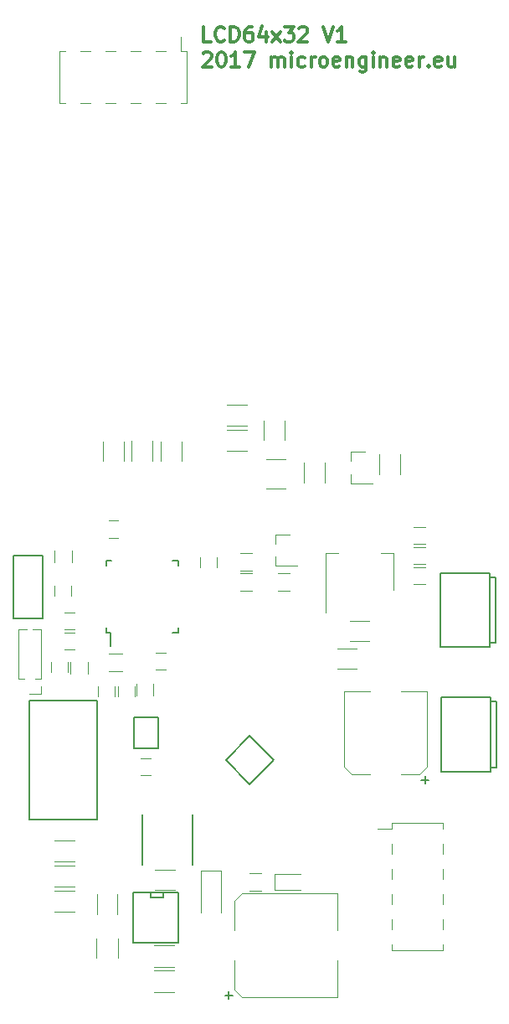
<source format=gto>
G04 #@! TF.FileFunction,Legend,Top*
%FSLAX46Y46*%
G04 Gerber Fmt 4.6, Leading zero omitted, Abs format (unit mm)*
G04 Created by KiCad (PCBNEW 4.0.7-e2-6376~58~ubuntu17.04.1) date Sat May  5 16:48:04 2018*
%MOMM*%
%LPD*%
G01*
G04 APERTURE LIST*
%ADD10C,0.100000*%
%ADD11C,0.300000*%
%ADD12C,0.150000*%
%ADD13C,0.120000*%
%ADD14C,0.200000*%
G04 APERTURE END LIST*
D10*
D11*
X121071429Y-50403571D02*
X120357143Y-50403571D01*
X120357143Y-48903571D01*
X122428572Y-50260714D02*
X122357143Y-50332143D01*
X122142857Y-50403571D01*
X122000000Y-50403571D01*
X121785715Y-50332143D01*
X121642857Y-50189286D01*
X121571429Y-50046429D01*
X121500000Y-49760714D01*
X121500000Y-49546429D01*
X121571429Y-49260714D01*
X121642857Y-49117857D01*
X121785715Y-48975000D01*
X122000000Y-48903571D01*
X122142857Y-48903571D01*
X122357143Y-48975000D01*
X122428572Y-49046429D01*
X123071429Y-50403571D02*
X123071429Y-48903571D01*
X123428572Y-48903571D01*
X123642857Y-48975000D01*
X123785715Y-49117857D01*
X123857143Y-49260714D01*
X123928572Y-49546429D01*
X123928572Y-49760714D01*
X123857143Y-50046429D01*
X123785715Y-50189286D01*
X123642857Y-50332143D01*
X123428572Y-50403571D01*
X123071429Y-50403571D01*
X125214286Y-48903571D02*
X124928572Y-48903571D01*
X124785715Y-48975000D01*
X124714286Y-49046429D01*
X124571429Y-49260714D01*
X124500000Y-49546429D01*
X124500000Y-50117857D01*
X124571429Y-50260714D01*
X124642857Y-50332143D01*
X124785715Y-50403571D01*
X125071429Y-50403571D01*
X125214286Y-50332143D01*
X125285715Y-50260714D01*
X125357143Y-50117857D01*
X125357143Y-49760714D01*
X125285715Y-49617857D01*
X125214286Y-49546429D01*
X125071429Y-49475000D01*
X124785715Y-49475000D01*
X124642857Y-49546429D01*
X124571429Y-49617857D01*
X124500000Y-49760714D01*
X126642857Y-49403571D02*
X126642857Y-50403571D01*
X126285714Y-48832143D02*
X125928571Y-49903571D01*
X126857143Y-49903571D01*
X127285714Y-50403571D02*
X128071428Y-49403571D01*
X127285714Y-49403571D02*
X128071428Y-50403571D01*
X128500000Y-48903571D02*
X129428571Y-48903571D01*
X128928571Y-49475000D01*
X129142857Y-49475000D01*
X129285714Y-49546429D01*
X129357143Y-49617857D01*
X129428571Y-49760714D01*
X129428571Y-50117857D01*
X129357143Y-50260714D01*
X129285714Y-50332143D01*
X129142857Y-50403571D01*
X128714285Y-50403571D01*
X128571428Y-50332143D01*
X128500000Y-50260714D01*
X129999999Y-49046429D02*
X130071428Y-48975000D01*
X130214285Y-48903571D01*
X130571428Y-48903571D01*
X130714285Y-48975000D01*
X130785714Y-49046429D01*
X130857142Y-49189286D01*
X130857142Y-49332143D01*
X130785714Y-49546429D01*
X129928571Y-50403571D01*
X130857142Y-50403571D01*
X132428570Y-48903571D02*
X132928570Y-50403571D01*
X133428570Y-48903571D01*
X134714284Y-50403571D02*
X133857141Y-50403571D01*
X134285713Y-50403571D02*
X134285713Y-48903571D01*
X134142856Y-49117857D01*
X133999998Y-49260714D01*
X133857141Y-49332143D01*
X120285714Y-51596429D02*
X120357143Y-51525000D01*
X120500000Y-51453571D01*
X120857143Y-51453571D01*
X121000000Y-51525000D01*
X121071429Y-51596429D01*
X121142857Y-51739286D01*
X121142857Y-51882143D01*
X121071429Y-52096429D01*
X120214286Y-52953571D01*
X121142857Y-52953571D01*
X122071428Y-51453571D02*
X122214285Y-51453571D01*
X122357142Y-51525000D01*
X122428571Y-51596429D01*
X122500000Y-51739286D01*
X122571428Y-52025000D01*
X122571428Y-52382143D01*
X122500000Y-52667857D01*
X122428571Y-52810714D01*
X122357142Y-52882143D01*
X122214285Y-52953571D01*
X122071428Y-52953571D01*
X121928571Y-52882143D01*
X121857142Y-52810714D01*
X121785714Y-52667857D01*
X121714285Y-52382143D01*
X121714285Y-52025000D01*
X121785714Y-51739286D01*
X121857142Y-51596429D01*
X121928571Y-51525000D01*
X122071428Y-51453571D01*
X123999999Y-52953571D02*
X123142856Y-52953571D01*
X123571428Y-52953571D02*
X123571428Y-51453571D01*
X123428571Y-51667857D01*
X123285713Y-51810714D01*
X123142856Y-51882143D01*
X124499999Y-51453571D02*
X125499999Y-51453571D01*
X124857142Y-52953571D01*
X127214284Y-52953571D02*
X127214284Y-51953571D01*
X127214284Y-52096429D02*
X127285712Y-52025000D01*
X127428570Y-51953571D01*
X127642855Y-51953571D01*
X127785712Y-52025000D01*
X127857141Y-52167857D01*
X127857141Y-52953571D01*
X127857141Y-52167857D02*
X127928570Y-52025000D01*
X128071427Y-51953571D01*
X128285712Y-51953571D01*
X128428570Y-52025000D01*
X128499998Y-52167857D01*
X128499998Y-52953571D01*
X129214284Y-52953571D02*
X129214284Y-51953571D01*
X129214284Y-51453571D02*
X129142855Y-51525000D01*
X129214284Y-51596429D01*
X129285712Y-51525000D01*
X129214284Y-51453571D01*
X129214284Y-51596429D01*
X130571427Y-52882143D02*
X130428570Y-52953571D01*
X130142856Y-52953571D01*
X129999998Y-52882143D01*
X129928570Y-52810714D01*
X129857141Y-52667857D01*
X129857141Y-52239286D01*
X129928570Y-52096429D01*
X129999998Y-52025000D01*
X130142856Y-51953571D01*
X130428570Y-51953571D01*
X130571427Y-52025000D01*
X131214284Y-52953571D02*
X131214284Y-51953571D01*
X131214284Y-52239286D02*
X131285712Y-52096429D01*
X131357141Y-52025000D01*
X131499998Y-51953571D01*
X131642855Y-51953571D01*
X132357141Y-52953571D02*
X132214283Y-52882143D01*
X132142855Y-52810714D01*
X132071426Y-52667857D01*
X132071426Y-52239286D01*
X132142855Y-52096429D01*
X132214283Y-52025000D01*
X132357141Y-51953571D01*
X132571426Y-51953571D01*
X132714283Y-52025000D01*
X132785712Y-52096429D01*
X132857141Y-52239286D01*
X132857141Y-52667857D01*
X132785712Y-52810714D01*
X132714283Y-52882143D01*
X132571426Y-52953571D01*
X132357141Y-52953571D01*
X134071426Y-52882143D02*
X133928569Y-52953571D01*
X133642855Y-52953571D01*
X133499998Y-52882143D01*
X133428569Y-52739286D01*
X133428569Y-52167857D01*
X133499998Y-52025000D01*
X133642855Y-51953571D01*
X133928569Y-51953571D01*
X134071426Y-52025000D01*
X134142855Y-52167857D01*
X134142855Y-52310714D01*
X133428569Y-52453571D01*
X134785712Y-51953571D02*
X134785712Y-52953571D01*
X134785712Y-52096429D02*
X134857140Y-52025000D01*
X134999998Y-51953571D01*
X135214283Y-51953571D01*
X135357140Y-52025000D01*
X135428569Y-52167857D01*
X135428569Y-52953571D01*
X136785712Y-51953571D02*
X136785712Y-53167857D01*
X136714283Y-53310714D01*
X136642855Y-53382143D01*
X136499998Y-53453571D01*
X136285712Y-53453571D01*
X136142855Y-53382143D01*
X136785712Y-52882143D02*
X136642855Y-52953571D01*
X136357141Y-52953571D01*
X136214283Y-52882143D01*
X136142855Y-52810714D01*
X136071426Y-52667857D01*
X136071426Y-52239286D01*
X136142855Y-52096429D01*
X136214283Y-52025000D01*
X136357141Y-51953571D01*
X136642855Y-51953571D01*
X136785712Y-52025000D01*
X137499998Y-52953571D02*
X137499998Y-51953571D01*
X137499998Y-51453571D02*
X137428569Y-51525000D01*
X137499998Y-51596429D01*
X137571426Y-51525000D01*
X137499998Y-51453571D01*
X137499998Y-51596429D01*
X138214284Y-51953571D02*
X138214284Y-52953571D01*
X138214284Y-52096429D02*
X138285712Y-52025000D01*
X138428570Y-51953571D01*
X138642855Y-51953571D01*
X138785712Y-52025000D01*
X138857141Y-52167857D01*
X138857141Y-52953571D01*
X140142855Y-52882143D02*
X139999998Y-52953571D01*
X139714284Y-52953571D01*
X139571427Y-52882143D01*
X139499998Y-52739286D01*
X139499998Y-52167857D01*
X139571427Y-52025000D01*
X139714284Y-51953571D01*
X139999998Y-51953571D01*
X140142855Y-52025000D01*
X140214284Y-52167857D01*
X140214284Y-52310714D01*
X139499998Y-52453571D01*
X141428569Y-52882143D02*
X141285712Y-52953571D01*
X140999998Y-52953571D01*
X140857141Y-52882143D01*
X140785712Y-52739286D01*
X140785712Y-52167857D01*
X140857141Y-52025000D01*
X140999998Y-51953571D01*
X141285712Y-51953571D01*
X141428569Y-52025000D01*
X141499998Y-52167857D01*
X141499998Y-52310714D01*
X140785712Y-52453571D01*
X142142855Y-52953571D02*
X142142855Y-51953571D01*
X142142855Y-52239286D02*
X142214283Y-52096429D01*
X142285712Y-52025000D01*
X142428569Y-51953571D01*
X142571426Y-51953571D01*
X143071426Y-52810714D02*
X143142854Y-52882143D01*
X143071426Y-52953571D01*
X142999997Y-52882143D01*
X143071426Y-52810714D01*
X143071426Y-52953571D01*
X144357140Y-52882143D02*
X144214283Y-52953571D01*
X143928569Y-52953571D01*
X143785712Y-52882143D01*
X143714283Y-52739286D01*
X143714283Y-52167857D01*
X143785712Y-52025000D01*
X143928569Y-51953571D01*
X144214283Y-51953571D01*
X144357140Y-52025000D01*
X144428569Y-52167857D01*
X144428569Y-52310714D01*
X143714283Y-52453571D01*
X145714283Y-51953571D02*
X145714283Y-52953571D01*
X145071426Y-51953571D02*
X145071426Y-52739286D01*
X145142854Y-52882143D01*
X145285712Y-52953571D01*
X145499997Y-52953571D01*
X145642854Y-52882143D01*
X145714283Y-52810714D01*
D12*
X109550000Y-129000000D02*
X109550000Y-117000000D01*
X102750000Y-129000000D02*
X102750000Y-117000000D01*
X109550000Y-129000000D02*
X102750000Y-129000000D01*
X109550000Y-117000000D02*
X102750000Y-117000000D01*
X125012132Y-125451649D02*
X127451650Y-123012131D01*
X127451650Y-123012131D02*
X125012132Y-120572613D01*
X125012132Y-125451649D02*
X122572614Y-123012131D01*
X122572614Y-123012131D02*
X125012132Y-120572613D01*
D13*
X124690000Y-89228000D02*
X122690000Y-89228000D01*
X122690000Y-87088000D02*
X124690000Y-87088000D01*
X124690000Y-91768000D02*
X122690000Y-91768000D01*
X122690000Y-89628000D02*
X124690000Y-89628000D01*
X130441000Y-94947000D02*
X130441000Y-92947000D01*
X132581000Y-92947000D02*
X132581000Y-94947000D01*
X128517000Y-88682000D02*
X128517000Y-90682000D01*
X126377000Y-90682000D02*
X126377000Y-88682000D01*
X118617000Y-51410000D02*
X118617000Y-56610000D01*
X105797000Y-51410000D02*
X105797000Y-56610000D01*
X118047000Y-49970000D02*
X118047000Y-51410000D01*
X118617000Y-51410000D02*
X118047000Y-51410000D01*
X118617000Y-56610000D02*
X118047000Y-56610000D01*
X106367000Y-51410000D02*
X105797000Y-51410000D01*
X106367000Y-56610000D02*
X105797000Y-56610000D01*
X116527000Y-51410000D02*
X115507000Y-51410000D01*
X116527000Y-56610000D02*
X115507000Y-56610000D01*
X113987000Y-51410000D02*
X112967000Y-51410000D01*
X113987000Y-56610000D02*
X112967000Y-56610000D01*
X111447000Y-51410000D02*
X110427000Y-51410000D01*
X111447000Y-56610000D02*
X110427000Y-56610000D01*
X108907000Y-51410000D02*
X107887000Y-51410000D01*
X108907000Y-56610000D02*
X107887000Y-56610000D01*
X135240000Y-91870000D02*
X135240000Y-92800000D01*
X135240000Y-95030000D02*
X135240000Y-94100000D01*
X135240000Y-95030000D02*
X137400000Y-95030000D01*
X135240000Y-91870000D02*
X136700000Y-91870000D01*
X115963000Y-92788000D02*
X115963000Y-90788000D01*
X118103000Y-90788000D02*
X118103000Y-92788000D01*
X113042000Y-92767000D02*
X113042000Y-90767000D01*
X115182000Y-90767000D02*
X115182000Y-92767000D01*
X110121000Y-92788000D02*
X110121000Y-90788000D01*
X112261000Y-90788000D02*
X112261000Y-92788000D01*
X128648000Y-95607000D02*
X126648000Y-95607000D01*
X126648000Y-92647000D02*
X128648000Y-92647000D01*
X140254000Y-92136000D02*
X140254000Y-94136000D01*
X138114000Y-94136000D02*
X138114000Y-92136000D01*
X111597000Y-138542000D02*
X111597000Y-136542000D01*
X109557000Y-136542000D02*
X109557000Y-138542000D01*
X115430000Y-136094000D02*
X117430000Y-136094000D01*
X117430000Y-134054000D02*
X115430000Y-134054000D01*
X122105000Y-138447000D02*
X122105000Y-134147000D01*
X122105000Y-134147000D02*
X120105000Y-134147000D01*
X120105000Y-134147000D02*
X120105000Y-138447000D01*
D12*
X114110000Y-133582000D02*
X114110000Y-128482000D01*
X119210000Y-133582000D02*
X119210000Y-128482000D01*
D13*
X109507000Y-143016000D02*
X109507000Y-141016000D01*
X111647000Y-141016000D02*
X111647000Y-143016000D01*
X115332000Y-141751000D02*
X117332000Y-141751000D01*
X117332000Y-143891000D02*
X115332000Y-143891000D01*
X115332000Y-144291000D02*
X117332000Y-144291000D01*
X117332000Y-146431000D02*
X115332000Y-146431000D01*
D12*
X117803000Y-136344000D02*
X117803000Y-141424000D01*
X117803000Y-141424000D02*
X113231000Y-141424000D01*
X113231000Y-141424000D02*
X113231000Y-136344000D01*
X113231000Y-136344000D02*
X117803000Y-136344000D01*
X116279000Y-136344000D02*
X116279000Y-136852000D01*
X116279000Y-136852000D02*
X115009000Y-136852000D01*
X115009000Y-136852000D02*
X115009000Y-136344000D01*
D13*
X106982000Y-106379000D02*
X106982000Y-105379000D01*
X105282000Y-105379000D02*
X105282000Y-106379000D01*
X142961000Y-116056000D02*
X140331000Y-116056000D01*
X134581000Y-116056000D02*
X137211000Y-116056000D01*
X135341000Y-124436000D02*
X137211000Y-124436000D01*
X142201000Y-124436000D02*
X140331000Y-124436000D01*
X142961000Y-116056000D02*
X142961000Y-123676000D01*
X142961000Y-123676000D02*
X142201000Y-124436000D01*
X135341000Y-124436000D02*
X134581000Y-123676000D01*
X134581000Y-123676000D02*
X134581000Y-116056000D01*
X135128000Y-110979000D02*
X137128000Y-110979000D01*
X137128000Y-108939000D02*
X135128000Y-108939000D01*
X106601000Y-114126000D02*
X106601000Y-113126000D01*
X104901000Y-113126000D02*
X104901000Y-114126000D01*
X123465000Y-137259000D02*
X123465000Y-140149000D01*
X123465000Y-146159000D02*
X123465000Y-143269000D01*
X133885000Y-146919000D02*
X133885000Y-143269000D01*
X133885000Y-136499000D02*
X133885000Y-140149000D01*
X133885000Y-146919000D02*
X124225000Y-146919000D01*
X124225000Y-146919000D02*
X123465000Y-146159000D01*
X123465000Y-137259000D02*
X124225000Y-136499000D01*
X124225000Y-136499000D02*
X133885000Y-136499000D01*
X133858000Y-113773000D02*
X135858000Y-113773000D01*
X135858000Y-111733000D02*
X133858000Y-111733000D01*
X106283000Y-111825000D02*
X107283000Y-111825000D01*
X107283000Y-110125000D02*
X106283000Y-110125000D01*
X115522000Y-113857000D02*
X116522000Y-113857000D01*
X116522000Y-112157000D02*
X115522000Y-112157000D01*
X111728000Y-98822000D02*
X110728000Y-98822000D01*
X110728000Y-100522000D02*
X111728000Y-100522000D01*
X106283000Y-109793000D02*
X107283000Y-109793000D01*
X107283000Y-108093000D02*
X106283000Y-108093000D01*
X121714000Y-103490000D02*
X121714000Y-102490000D01*
X120014000Y-102490000D02*
X120014000Y-103490000D01*
X111370000Y-116590000D02*
X111370000Y-115590000D01*
X109670000Y-115590000D02*
X109670000Y-116590000D01*
X113360000Y-116550000D02*
X113360000Y-115550000D01*
X111660000Y-115550000D02*
X111660000Y-116550000D01*
X127550000Y-134500000D02*
X127550000Y-136100000D01*
X127550000Y-136100000D02*
X130150000Y-136100000D01*
X127550000Y-134500000D02*
X130150000Y-134500000D01*
X139331000Y-129383000D02*
X144531000Y-129383000D01*
X139331000Y-142203000D02*
X144531000Y-142203000D01*
X137891000Y-129953000D02*
X139331000Y-129953000D01*
X139331000Y-129383000D02*
X139331000Y-129953000D01*
X144531000Y-129383000D02*
X144531000Y-129953000D01*
X139331000Y-141633000D02*
X139331000Y-142203000D01*
X144531000Y-141633000D02*
X144531000Y-142203000D01*
X139331000Y-131473000D02*
X139331000Y-132493000D01*
X144531000Y-131473000D02*
X144531000Y-132493000D01*
X139331000Y-134013000D02*
X139331000Y-135033000D01*
X144531000Y-134013000D02*
X144531000Y-135033000D01*
X139331000Y-136553000D02*
X139331000Y-137573000D01*
X144531000Y-136553000D02*
X144531000Y-137573000D01*
X139331000Y-139093000D02*
X139331000Y-140113000D01*
X144531000Y-139093000D02*
X144531000Y-140113000D01*
X103860000Y-109765000D02*
X103057530Y-109765000D01*
X102442470Y-109765000D02*
X101640000Y-109765000D01*
X103860000Y-114780000D02*
X103860000Y-109765000D01*
X101640000Y-114780000D02*
X101640000Y-109765000D01*
X103860000Y-114780000D02*
X103313471Y-114780000D01*
X102186529Y-114780000D02*
X101640000Y-114780000D01*
X103860000Y-115540000D02*
X103860000Y-116300000D01*
X103860000Y-116300000D02*
X102750000Y-116300000D01*
X127613000Y-100185000D02*
X127613000Y-101115000D01*
X127613000Y-103345000D02*
X127613000Y-102415000D01*
X127613000Y-103345000D02*
X129773000Y-103345000D01*
X127613000Y-100185000D02*
X129073000Y-100185000D01*
X105252000Y-103005000D02*
X105252000Y-101805000D01*
X107012000Y-101805000D02*
X107012000Y-103005000D01*
X141534000Y-99427000D02*
X142734000Y-99427000D01*
X142734000Y-101187000D02*
X141534000Y-101187000D01*
X142734000Y-105251000D02*
X141534000Y-105251000D01*
X141534000Y-103491000D02*
X142734000Y-103491000D01*
X142739000Y-103219000D02*
X141539000Y-103219000D01*
X141539000Y-101459000D02*
X142739000Y-101459000D01*
X108630000Y-113100000D02*
X108630000Y-114300000D01*
X106870000Y-114300000D02*
X106870000Y-113100000D01*
X127823000Y-104126000D02*
X129023000Y-104126000D01*
X129023000Y-105886000D02*
X127823000Y-105886000D01*
X124008000Y-102094000D02*
X125208000Y-102094000D01*
X125208000Y-103854000D02*
X124008000Y-103854000D01*
X125208000Y-105886000D02*
X124008000Y-105886000D01*
X124008000Y-104126000D02*
X125208000Y-104126000D01*
X125000000Y-134420000D02*
X126200000Y-134420000D01*
X126200000Y-136180000D02*
X125000000Y-136180000D01*
X139514000Y-102055000D02*
X138254000Y-102055000D01*
X132694000Y-102055000D02*
X133954000Y-102055000D01*
X139514000Y-105815000D02*
X139514000Y-102055000D01*
X132694000Y-108065000D02*
X132694000Y-102055000D01*
D12*
X110504000Y-110123000D02*
X110954000Y-110123000D01*
X110504000Y-102873000D02*
X111029000Y-102873000D01*
X117754000Y-102873000D02*
X117229000Y-102873000D01*
X117754000Y-110123000D02*
X117229000Y-110123000D01*
X110504000Y-110123000D02*
X110504000Y-109598000D01*
X117754000Y-110123000D02*
X117754000Y-109598000D01*
X117754000Y-102873000D02*
X117754000Y-103398000D01*
X110504000Y-102873000D02*
X110504000Y-103398000D01*
X110954000Y-110123000D02*
X110954000Y-111498000D01*
X149903000Y-111160000D02*
X149303000Y-111160000D01*
X149903000Y-111160000D02*
X149903000Y-104510000D01*
X149903000Y-104510000D02*
X149303000Y-104510000D01*
X149303000Y-111610000D02*
X144303000Y-111610000D01*
X144303000Y-111610000D02*
X144303000Y-104110000D01*
X144303000Y-104110000D02*
X147253000Y-104110000D01*
X147153000Y-104110000D02*
X149303000Y-104110000D01*
X149303000Y-104110000D02*
X149303000Y-111610000D01*
X149303000Y-111610000D02*
X147153000Y-111610000D01*
D14*
X104076000Y-108714000D02*
X104076000Y-102314000D01*
X101076000Y-108714000D02*
X101076000Y-102314000D01*
X101076000Y-102314000D02*
X104076000Y-102314000D01*
X101076000Y-108714000D02*
X104076000Y-108714000D01*
D13*
X114998000Y-122825000D02*
X113998000Y-122825000D01*
X113998000Y-124525000D02*
X114998000Y-124525000D01*
X113507000Y-116467000D02*
X113507000Y-115267000D01*
X115267000Y-115267000D02*
X115267000Y-116467000D01*
D12*
X113264000Y-121846000D02*
X113264000Y-118646000D01*
X113264000Y-118646000D02*
X115764000Y-118646000D01*
X115764000Y-118646000D02*
X115764000Y-121846000D01*
X115764000Y-121846000D02*
X113264000Y-121846000D01*
D13*
X105246000Y-131137000D02*
X107246000Y-131137000D01*
X107246000Y-133277000D02*
X105246000Y-133277000D01*
X105246000Y-133677000D02*
X107246000Y-133677000D01*
X107246000Y-135817000D02*
X105246000Y-135817000D01*
X105246000Y-136217000D02*
X107246000Y-136217000D01*
X107246000Y-138357000D02*
X105246000Y-138357000D01*
X112125000Y-112255000D02*
X110775000Y-112255000D01*
X112125000Y-114005000D02*
X110775000Y-114005000D01*
D12*
X149969000Y-123740000D02*
X149369000Y-123740000D01*
X149969000Y-123740000D02*
X149969000Y-117090000D01*
X149969000Y-117090000D02*
X149369000Y-117090000D01*
X149369000Y-124190000D02*
X144369000Y-124190000D01*
X144369000Y-124190000D02*
X144369000Y-116690000D01*
X144369000Y-116690000D02*
X147319000Y-116690000D01*
X147219000Y-116690000D02*
X149369000Y-116690000D01*
X149369000Y-116690000D02*
X149369000Y-124190000D01*
X149369000Y-124190000D02*
X147219000Y-124190000D01*
X142752429Y-125406952D02*
X142752429Y-124645047D01*
X143133381Y-125025999D02*
X142371476Y-125025999D01*
X122514048Y-146750429D02*
X123275953Y-146750429D01*
X122895001Y-147131381D02*
X122895001Y-146369476D01*
M02*

</source>
